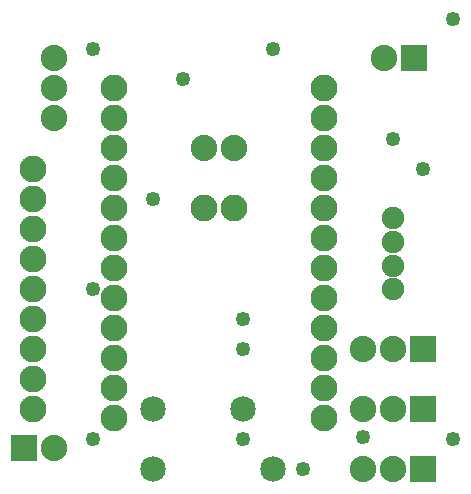
<source format=gbs>
G04 MADE WITH FRITZING*
G04 WWW.FRITZING.ORG*
G04 DOUBLE SIDED*
G04 HOLES PLATED*
G04 CONTOUR ON CENTER OF CONTOUR VECTOR*
%ASAXBY*%
%FSLAX23Y23*%
%MOIN*%
%OFA0B0*%
%SFA1.0B1.0*%
%ADD10C,0.049370*%
%ADD11C,0.085000*%
%ADD12C,0.089370*%
%ADD13C,0.088000*%
%ADD14C,0.075000*%
%ADD15R,0.088000X0.088000*%
%LNMASK0*%
G90*
G70*
G54D10*
X865Y477D03*
X1565Y177D03*
X1065Y77D03*
X1265Y185D03*
X965Y1477D03*
X1565Y1577D03*
X1365Y1177D03*
X1465Y1077D03*
X865Y577D03*
X865Y177D03*
X365Y177D03*
X565Y977D03*
X365Y1477D03*
G54D11*
X565Y277D03*
X865Y277D03*
G54D10*
X665Y1377D03*
G54D11*
X965Y77D03*
X565Y77D03*
X965Y77D03*
X565Y77D03*
G54D10*
X365Y677D03*
G54D12*
X437Y1346D03*
X437Y1246D03*
X437Y1146D03*
X437Y1046D03*
X437Y946D03*
X437Y846D03*
X437Y746D03*
X437Y646D03*
X437Y546D03*
X437Y446D03*
X437Y346D03*
X437Y246D03*
X1137Y1346D03*
X1137Y1246D03*
X1137Y1146D03*
X1137Y1046D03*
X1137Y946D03*
X1137Y846D03*
X1137Y746D03*
X1137Y646D03*
X1137Y546D03*
X1137Y446D03*
X1137Y346D03*
X1137Y246D03*
G54D13*
X137Y146D03*
X237Y146D03*
X237Y1246D03*
X237Y1346D03*
X237Y1446D03*
G54D12*
X165Y277D03*
X165Y377D03*
X165Y477D03*
X165Y577D03*
X165Y677D03*
X165Y777D03*
X165Y877D03*
X165Y977D03*
X165Y1077D03*
G54D13*
X1465Y77D03*
X1365Y77D03*
X1265Y77D03*
X1465Y277D03*
X1365Y277D03*
X1265Y277D03*
X1465Y477D03*
X1365Y477D03*
X1265Y477D03*
G54D14*
X1365Y677D03*
X1365Y755D03*
X1365Y834D03*
X1365Y913D03*
G54D13*
X737Y1146D03*
X837Y1146D03*
X737Y1146D03*
X837Y1146D03*
G54D12*
X737Y946D03*
X837Y946D03*
X737Y946D03*
X837Y946D03*
G54D13*
X1437Y1446D03*
X1337Y1446D03*
G54D15*
X137Y146D03*
X1465Y77D03*
X1465Y277D03*
X1465Y477D03*
X1437Y1446D03*
G04 End of Mask0*
M02*
</source>
